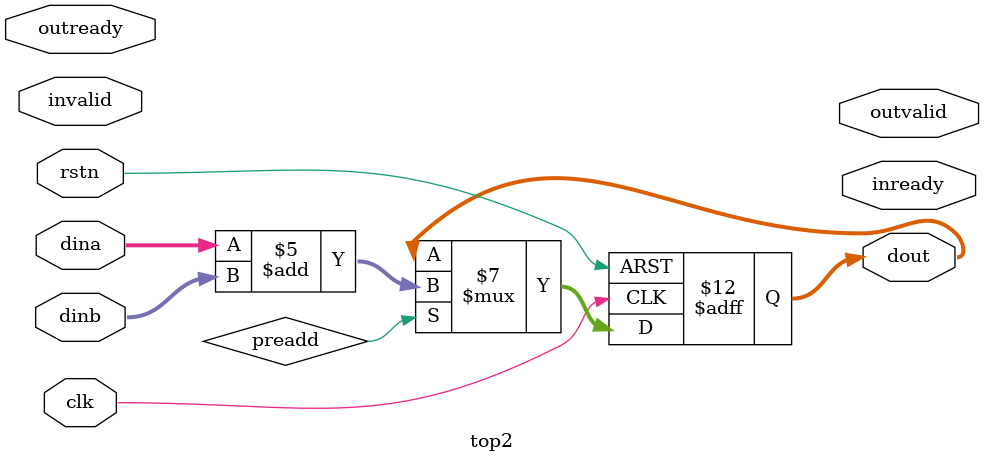
<source format=v>
module top2
(
  input clk,
  input rstn,

  output inready,
  input  invalid,
  output outvalid,
  input  outready,
  input  [7:0] dina,
  input  [7:0] dinb,

  output reg [7:0] dout
);
  
  wire preadd;
  reg enadd;

  always @ (posedge clk or negedge rstn) begin
    if(!rstn)
      enadd <= 1'b0;
    else if(preadd) 
      enadd <= 1'b1;
    else
      enadd <= 1'b0;
  end

  always @ (posedge clk or negedge rstn) begin
    if(!rstn) 
      dout <= 8'd0;
    else if(preadd)
      dout <= dina + dinb;
    else
      dout <= dout;
  end




endmodule
</source>
